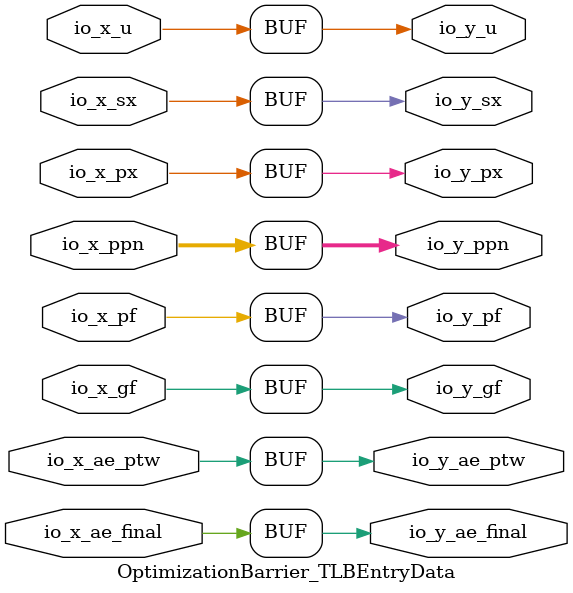
<source format=sv>
module OptimizationBarrier_TLBEntryData(	// @[generators/rocket-chip/src/main/scala/util/package.scala:267:30]
  input  [19:0] io_x_ppn,	// @[generators/rocket-chip/src/main/scala/util/package.scala:268:18]
  input         io_x_u,	// @[generators/rocket-chip/src/main/scala/util/package.scala:268:18]
  input         io_x_ae_ptw,	// @[generators/rocket-chip/src/main/scala/util/package.scala:268:18]
  input         io_x_ae_final,	// @[generators/rocket-chip/src/main/scala/util/package.scala:268:18]
  input         io_x_pf,	// @[generators/rocket-chip/src/main/scala/util/package.scala:268:18]
  input         io_x_gf,	// @[generators/rocket-chip/src/main/scala/util/package.scala:268:18]
  input         io_x_sx,	// @[generators/rocket-chip/src/main/scala/util/package.scala:268:18]
  input         io_x_px,	// @[generators/rocket-chip/src/main/scala/util/package.scala:268:18]
  output [19:0] io_y_ppn,	// @[generators/rocket-chip/src/main/scala/util/package.scala:268:18]
  output        io_y_u,	// @[generators/rocket-chip/src/main/scala/util/package.scala:268:18]
  output        io_y_ae_ptw,	// @[generators/rocket-chip/src/main/scala/util/package.scala:268:18]
  output        io_y_ae_final,	// @[generators/rocket-chip/src/main/scala/util/package.scala:268:18]
  output        io_y_pf,	// @[generators/rocket-chip/src/main/scala/util/package.scala:268:18]
  output        io_y_gf,	// @[generators/rocket-chip/src/main/scala/util/package.scala:268:18]
  output        io_y_sx,	// @[generators/rocket-chip/src/main/scala/util/package.scala:268:18]
  output        io_y_px	// @[generators/rocket-chip/src/main/scala/util/package.scala:268:18]
);

  assign io_y_ppn = io_x_ppn;	// @[generators/rocket-chip/src/main/scala/util/package.scala:267:30]
  assign io_y_u = io_x_u;	// @[generators/rocket-chip/src/main/scala/util/package.scala:267:30]
  assign io_y_ae_ptw = io_x_ae_ptw;	// @[generators/rocket-chip/src/main/scala/util/package.scala:267:30]
  assign io_y_ae_final = io_x_ae_final;	// @[generators/rocket-chip/src/main/scala/util/package.scala:267:30]
  assign io_y_pf = io_x_pf;	// @[generators/rocket-chip/src/main/scala/util/package.scala:267:30]
  assign io_y_gf = io_x_gf;	// @[generators/rocket-chip/src/main/scala/util/package.scala:267:30]
  assign io_y_sx = io_x_sx;	// @[generators/rocket-chip/src/main/scala/util/package.scala:267:30]
  assign io_y_px = io_x_px;	// @[generators/rocket-chip/src/main/scala/util/package.scala:267:30]
endmodule


</source>
